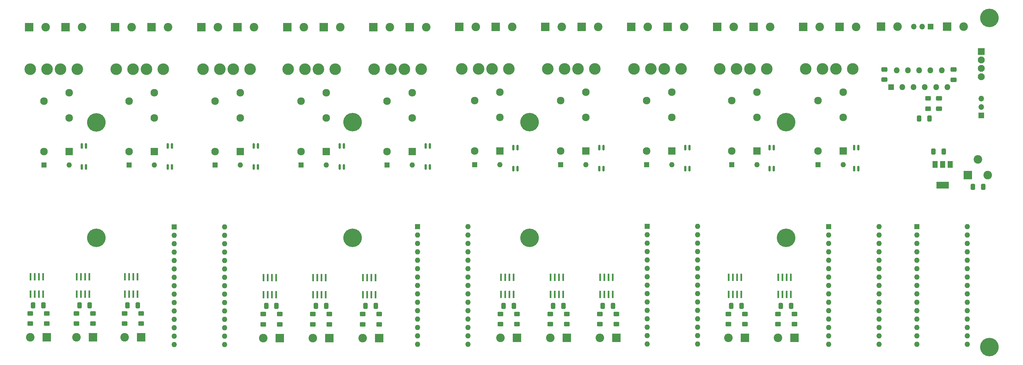
<source format=gbr>
%TF.GenerationSoftware,KiCad,Pcbnew,(6.0.4)*%
%TF.CreationDate,2023-03-07T14:55:24-05:00*%
%TF.ProjectId,Pyrolysis,5079726f-6c79-4736-9973-2e6b69636164,rev?*%
%TF.SameCoordinates,Original*%
%TF.FileFunction,Soldermask,Bot*%
%TF.FilePolarity,Negative*%
%FSLAX46Y46*%
G04 Gerber Fmt 4.6, Leading zero omitted, Abs format (unit mm)*
G04 Created by KiCad (PCBNEW (6.0.4)) date 2023-03-07 14:55:24*
%MOMM*%
%LPD*%
G01*
G04 APERTURE LIST*
G04 Aperture macros list*
%AMRoundRect*
0 Rectangle with rounded corners*
0 $1 Rounding radius*
0 $2 $3 $4 $5 $6 $7 $8 $9 X,Y pos of 4 corners*
0 Add a 4 corners polygon primitive as box body*
4,1,4,$2,$3,$4,$5,$6,$7,$8,$9,$2,$3,0*
0 Add four circle primitives for the rounded corners*
1,1,$1+$1,$2,$3*
1,1,$1+$1,$4,$5*
1,1,$1+$1,$6,$7*
1,1,$1+$1,$8,$9*
0 Add four rect primitives between the rounded corners*
20,1,$1+$1,$2,$3,$4,$5,0*
20,1,$1+$1,$4,$5,$6,$7,0*
20,1,$1+$1,$6,$7,$8,$9,0*
20,1,$1+$1,$8,$9,$2,$3,0*%
G04 Aperture macros list end*
%ADD10R,2.600000X2.600000*%
%ADD11C,2.600000*%
%ADD12C,3.500000*%
%ADD13C,5.600000*%
%ADD14R,1.600000X1.600000*%
%ADD15O,1.600000X1.600000*%
%ADD16R,1.700000X1.700000*%
%ADD17O,1.700000X1.700000*%
%ADD18R,2.300000X2.300000*%
%ADD19C,2.300000*%
%ADD20R,2.100000X2.100000*%
%ADD21C,2.100000*%
%ADD22R,1.800000X1.800000*%
%ADD23O,1.800000X1.800000*%
%ADD24R,0.599440X2.199640*%
%ADD25RoundRect,0.250000X-0.412500X-0.650000X0.412500X-0.650000X0.412500X0.650000X-0.412500X0.650000X0*%
%ADD26RoundRect,0.250000X-0.625000X0.400000X-0.625000X-0.400000X0.625000X-0.400000X0.625000X0.400000X0*%
%ADD27RoundRect,0.150000X0.150000X-0.662500X0.150000X0.662500X-0.150000X0.662500X-0.150000X-0.662500X0*%
%ADD28RoundRect,0.250000X-0.650000X0.412500X-0.650000X-0.412500X0.650000X-0.412500X0.650000X0.412500X0*%
%ADD29R,1.500000X2.000000*%
%ADD30R,3.800000X2.000000*%
%ADD31RoundRect,0.250000X0.650000X-0.412500X0.650000X0.412500X-0.650000X0.412500X-0.650000X-0.412500X0*%
%ADD32RoundRect,0.250000X0.412500X0.650000X-0.412500X0.650000X-0.412500X-0.650000X0.412500X-0.650000X0*%
G04 APERTURE END LIST*
D10*
%TO.C,J29*%
X364200000Y-277727500D03*
D11*
X359200000Y-277727500D03*
%TD*%
D12*
%TO.C,F7*%
X361700000Y-196405000D03*
X356620000Y-196405000D03*
X352560000Y-196405000D03*
X347480000Y-196405000D03*
%TD*%
D13*
%TO.C,*%
X445500000Y-212500000D03*
%TD*%
%TO.C,*%
X368000000Y-212500000D03*
%TD*%
D10*
%TO.C,J47*%
X424700000Y-183710000D03*
D11*
X429700000Y-183710000D03*
%TD*%
D10*
%TO.C,J28*%
X305700000Y-183805000D03*
D11*
X310700000Y-183805000D03*
%TD*%
D14*
%TO.C,A5*%
X403500000Y-244000000D03*
D15*
X403500000Y-246540000D03*
X403500000Y-249080000D03*
X403500000Y-251620000D03*
X403500000Y-254160000D03*
X403500000Y-256700000D03*
X403500000Y-259240000D03*
X403500000Y-261780000D03*
X403500000Y-264320000D03*
X403500000Y-266860000D03*
X403500000Y-269400000D03*
X403500000Y-271940000D03*
X403500000Y-274480000D03*
X403500000Y-277020000D03*
X403500000Y-279560000D03*
X418740000Y-279560000D03*
X418740000Y-277020000D03*
X418740000Y-274480000D03*
X418740000Y-271940000D03*
X418740000Y-269400000D03*
X418740000Y-266860000D03*
X418740000Y-264320000D03*
X418740000Y-261780000D03*
X418740000Y-259240000D03*
X418740000Y-256700000D03*
X418740000Y-254160000D03*
X418740000Y-251620000D03*
X418740000Y-249080000D03*
X418740000Y-246540000D03*
X418740000Y-244000000D03*
%TD*%
D10*
%TO.C,J26*%
X500500000Y-228500000D03*
D11*
X506500000Y-228500000D03*
X503500000Y-223800000D03*
%TD*%
D10*
%TO.C,J33*%
X331700000Y-183805000D03*
D11*
X336700000Y-183805000D03*
%TD*%
D10*
%TO.C,J4*%
X450700000Y-183710000D03*
D11*
X455700000Y-183710000D03*
%TD*%
D14*
%TO.C,D8*%
X377390000Y-225405000D03*
D15*
X385010000Y-225405000D03*
%TD*%
D13*
%TO.C,H4*%
X507000000Y-181000000D03*
%TD*%
D10*
%TO.C,J41*%
X379200000Y-277727500D03*
D11*
X374200000Y-277727500D03*
%TD*%
D10*
%TO.C,J7*%
X461700000Y-183710000D03*
D11*
X466700000Y-183710000D03*
%TD*%
D14*
%TO.C,A3*%
X485090000Y-244105000D03*
D15*
X485090000Y-246645000D03*
X485090000Y-249185000D03*
X485090000Y-251725000D03*
X485090000Y-254265000D03*
X485090000Y-256805000D03*
X485090000Y-259345000D03*
X485090000Y-261885000D03*
X485090000Y-264425000D03*
X485090000Y-266965000D03*
X485090000Y-269505000D03*
X485090000Y-272045000D03*
X485090000Y-274585000D03*
X485090000Y-277125000D03*
X485090000Y-279665000D03*
X500330000Y-279665000D03*
X500330000Y-277125000D03*
X500330000Y-274585000D03*
X500330000Y-272045000D03*
X500330000Y-269505000D03*
X500330000Y-266965000D03*
X500330000Y-264425000D03*
X500330000Y-261885000D03*
X500330000Y-259345000D03*
X500330000Y-256805000D03*
X500330000Y-254265000D03*
X500330000Y-251725000D03*
X500330000Y-249185000D03*
X500330000Y-246645000D03*
X500330000Y-244105000D03*
%TD*%
D10*
%TO.C,J34*%
X322468315Y-277766676D03*
D11*
X317468315Y-277766676D03*
%TD*%
D16*
%TO.C,J8*%
X489240000Y-183660000D03*
D17*
X486700000Y-183660000D03*
X484160000Y-183660000D03*
%TD*%
D14*
%TO.C,D4*%
X272890000Y-225500000D03*
D15*
X280510000Y-225500000D03*
%TD*%
D10*
%TO.C,J6*%
X227700000Y-183805000D03*
D11*
X232700000Y-183805000D03*
%TD*%
D13*
%TO.C,*%
X445500000Y-247500000D03*
%TD*%
%TO.C,H3*%
X237000000Y-247500000D03*
%TD*%
D10*
%TO.C,J45*%
X394200000Y-277727500D03*
D11*
X389200000Y-277727500D03*
%TD*%
D18*
%TO.C,K9*%
X411000000Y-221280000D03*
D19*
X411000000Y-211120000D03*
X411000000Y-203500000D03*
X403380000Y-206040000D03*
X403380000Y-221280000D03*
%TD*%
D16*
%TO.C,J13*%
X504500000Y-210525000D03*
D17*
X504500000Y-207985000D03*
X504500000Y-205445000D03*
%TD*%
D14*
%TO.C,A4*%
X334108315Y-244105000D03*
D15*
X334108315Y-246645000D03*
X334108315Y-249185000D03*
X334108315Y-251725000D03*
X334108315Y-254265000D03*
X334108315Y-256805000D03*
X334108315Y-259345000D03*
X334108315Y-261885000D03*
X334108315Y-264425000D03*
X334108315Y-266965000D03*
X334108315Y-269505000D03*
X334108315Y-272045000D03*
X334108315Y-274585000D03*
X334108315Y-277125000D03*
X334108315Y-279665000D03*
X349348315Y-279665000D03*
X349348315Y-277125000D03*
X349348315Y-274585000D03*
X349348315Y-272045000D03*
X349348315Y-269505000D03*
X349348315Y-266965000D03*
X349348315Y-264425000D03*
X349348315Y-261885000D03*
X349348315Y-259345000D03*
X349348315Y-256805000D03*
X349348315Y-254265000D03*
X349348315Y-251725000D03*
X349348315Y-249185000D03*
X349348315Y-246645000D03*
X349348315Y-244105000D03*
%TD*%
D10*
%TO.C,J48*%
X435700000Y-183710000D03*
D11*
X440700000Y-183710000D03*
%TD*%
D20*
%TO.C,J10*%
X504500000Y-191185000D03*
D21*
X504500000Y-193725000D03*
X504500000Y-196265000D03*
X504500000Y-198805000D03*
%TD*%
D18*
%TO.C,K2*%
X462825000Y-221280000D03*
D19*
X462825000Y-211120000D03*
X462825000Y-203500000D03*
X455205000Y-206040000D03*
X455205000Y-221280000D03*
%TD*%
D14*
%TO.C,D9*%
X403390000Y-225405000D03*
D15*
X411010000Y-225405000D03*
%TD*%
D12*
%TO.C,F6*%
X335200000Y-196500000D03*
X330120000Y-196500000D03*
X320980000Y-196500000D03*
X326060000Y-196500000D03*
%TD*%
D10*
%TO.C,J37*%
X357700000Y-183710000D03*
D11*
X362700000Y-183710000D03*
%TD*%
D14*
%TO.C,D10*%
X429140000Y-225405000D03*
D15*
X436760000Y-225405000D03*
%TD*%
D10*
%TO.C,J17*%
X250500000Y-277572500D03*
D11*
X245500000Y-277572500D03*
%TD*%
D13*
%TO.C,*%
X314500000Y-212500000D03*
%TD*%
D22*
%TO.C,U24*%
X477270000Y-201915000D03*
D23*
X478970000Y-196835000D03*
X480670000Y-201915000D03*
X482370000Y-196835000D03*
X484070000Y-201915000D03*
X485770000Y-196835000D03*
X487470000Y-201915000D03*
X489170000Y-196835000D03*
X490870000Y-201915000D03*
X492570000Y-196835000D03*
X494270000Y-201915000D03*
%TD*%
D10*
%TO.C,J22*%
X279700000Y-183805000D03*
D11*
X284700000Y-183805000D03*
%TD*%
D13*
%TO.C,*%
X507000000Y-280500000D03*
%TD*%
D10*
%TO.C,J39*%
X372700000Y-183710000D03*
D11*
X377700000Y-183710000D03*
%TD*%
D10*
%TO.C,J1*%
X222000000Y-277572500D03*
D11*
X217000000Y-277572500D03*
%TD*%
D14*
%TO.C,D6*%
X324890000Y-225500000D03*
D15*
X332510000Y-225500000D03*
%TD*%
D14*
%TO.C,D2*%
X455190000Y-225405000D03*
D15*
X462810000Y-225405000D03*
%TD*%
D18*
%TO.C,K1*%
X228750000Y-221375000D03*
D19*
X228750000Y-211215000D03*
X228750000Y-203595000D03*
X221130000Y-206135000D03*
X221130000Y-221375000D03*
%TD*%
D10*
%TO.C,J44*%
X409700000Y-183710000D03*
D11*
X414700000Y-183710000D03*
%TD*%
D18*
%TO.C,K3*%
X254500000Y-221375000D03*
D19*
X254500000Y-211215000D03*
X254500000Y-203595000D03*
X246880000Y-206135000D03*
X246880000Y-221375000D03*
%TD*%
D10*
%TO.C,J27*%
X294700000Y-183805000D03*
D11*
X299700000Y-183805000D03*
%TD*%
D10*
%TO.C,J9*%
X236000000Y-277572500D03*
D11*
X231000000Y-277572500D03*
%TD*%
D18*
%TO.C,K4*%
X280500000Y-221375000D03*
D19*
X280500000Y-211215000D03*
X280500000Y-203595000D03*
X272880000Y-206135000D03*
X272880000Y-221375000D03*
%TD*%
D13*
%TO.C,*%
X368000000Y-247500000D03*
%TD*%
D10*
%TO.C,J43*%
X398700000Y-183710000D03*
D11*
X403700000Y-183710000D03*
%TD*%
D14*
%TO.C,A2*%
X260500000Y-244155000D03*
D15*
X260500000Y-246695000D03*
X260500000Y-249235000D03*
X260500000Y-251775000D03*
X260500000Y-254315000D03*
X260500000Y-256855000D03*
X260500000Y-259395000D03*
X260500000Y-261935000D03*
X260500000Y-264475000D03*
X260500000Y-267015000D03*
X260500000Y-269555000D03*
X260500000Y-272095000D03*
X260500000Y-274635000D03*
X260500000Y-277175000D03*
X260500000Y-279715000D03*
X275740000Y-279715000D03*
X275740000Y-277175000D03*
X275740000Y-274635000D03*
X275740000Y-272095000D03*
X275740000Y-269555000D03*
X275740000Y-267015000D03*
X275740000Y-264475000D03*
X275740000Y-261935000D03*
X275740000Y-259395000D03*
X275740000Y-256855000D03*
X275740000Y-254315000D03*
X275740000Y-251775000D03*
X275740000Y-249235000D03*
X275740000Y-246695000D03*
X275740000Y-244155000D03*
%TD*%
D14*
%TO.C,D7*%
X351390000Y-225405000D03*
D15*
X359010000Y-225405000D03*
%TD*%
D18*
%TO.C,K5*%
X306500000Y-221375000D03*
D19*
X306500000Y-211215000D03*
X306500000Y-203595000D03*
X298880000Y-206135000D03*
X298880000Y-221375000D03*
%TD*%
D10*
%TO.C,J15*%
X242700000Y-183805000D03*
D11*
X247700000Y-183805000D03*
%TD*%
D10*
%TO.C,J5*%
X216700000Y-183805000D03*
D11*
X221700000Y-183805000D03*
%TD*%
D18*
%TO.C,K8*%
X385000000Y-221280000D03*
D19*
X385000000Y-211120000D03*
X385000000Y-203500000D03*
X377380000Y-206040000D03*
X377380000Y-221280000D03*
%TD*%
D10*
%TO.C,J12*%
X474200000Y-183655000D03*
D11*
X479200000Y-183655000D03*
%TD*%
D12*
%TO.C,F3*%
X257250000Y-196550000D03*
X252170000Y-196550000D03*
X248110000Y-196550000D03*
X243030000Y-196550000D03*
%TD*%
D10*
%TO.C,J21*%
X268700000Y-183805000D03*
D11*
X273700000Y-183805000D03*
%TD*%
D10*
%TO.C,J40*%
X383700000Y-183710000D03*
D11*
X388700000Y-183710000D03*
%TD*%
D14*
%TO.C,D1*%
X221140000Y-225500000D03*
D15*
X228760000Y-225500000D03*
%TD*%
D10*
%TO.C,J11*%
X494200000Y-183660000D03*
D11*
X499200000Y-183660000D03*
%TD*%
D12*
%TO.C,F5*%
X304120000Y-196500000D03*
X309200000Y-196500000D03*
X294980000Y-196500000D03*
X300060000Y-196500000D03*
%TD*%
D10*
%TO.C,J2*%
X433075000Y-277727500D03*
D11*
X428075000Y-277727500D03*
%TD*%
D10*
%TO.C,J3*%
X448075000Y-277727500D03*
D11*
X443075000Y-277727500D03*
%TD*%
D10*
%TO.C,J16*%
X253700000Y-183805000D03*
D11*
X258700000Y-183805000D03*
%TD*%
D12*
%TO.C,F4*%
X283500000Y-196500000D03*
X278420000Y-196500000D03*
X274360000Y-196500000D03*
X269280000Y-196500000D03*
%TD*%
%TO.C,F8*%
X387700000Y-196405000D03*
X382620000Y-196405000D03*
X373480000Y-196405000D03*
X378560000Y-196405000D03*
%TD*%
D14*
%TO.C,D5*%
X298890000Y-225500000D03*
D15*
X306510000Y-225500000D03*
%TD*%
D10*
%TO.C,J36*%
X346700000Y-183710000D03*
D11*
X351700000Y-183710000D03*
%TD*%
D14*
%TO.C,A1*%
X458420000Y-244105000D03*
D15*
X458420000Y-246645000D03*
X458420000Y-249185000D03*
X458420000Y-251725000D03*
X458420000Y-254265000D03*
X458420000Y-256805000D03*
X458420000Y-259345000D03*
X458420000Y-261885000D03*
X458420000Y-264425000D03*
X458420000Y-266965000D03*
X458420000Y-269505000D03*
X458420000Y-272045000D03*
X458420000Y-274585000D03*
X458420000Y-277125000D03*
X458420000Y-279665000D03*
X473660000Y-279665000D03*
X473660000Y-277125000D03*
X473660000Y-274585000D03*
X473660000Y-272045000D03*
X473660000Y-269505000D03*
X473660000Y-266965000D03*
X473660000Y-264425000D03*
X473660000Y-261885000D03*
X473660000Y-259345000D03*
X473660000Y-256805000D03*
X473660000Y-254265000D03*
X473660000Y-251725000D03*
X473660000Y-249185000D03*
X473660000Y-246645000D03*
X473660000Y-244105000D03*
%TD*%
D10*
%TO.C,J32*%
X320700000Y-183805000D03*
D11*
X325700000Y-183805000D03*
%TD*%
D12*
%TO.C,F9*%
X408700000Y-196405000D03*
X413780000Y-196405000D03*
X404640000Y-196405000D03*
X399560000Y-196405000D03*
%TD*%
D18*
%TO.C,K10*%
X436700000Y-221280000D03*
D19*
X436700000Y-211120000D03*
X436700000Y-203500000D03*
X429080000Y-206040000D03*
X429080000Y-221280000D03*
%TD*%
D18*
%TO.C,K7*%
X359000000Y-221280000D03*
D19*
X359000000Y-211120000D03*
X359000000Y-203500000D03*
X351380000Y-206040000D03*
X351380000Y-221280000D03*
%TD*%
D10*
%TO.C,J23*%
X292468315Y-277766676D03*
D11*
X287468315Y-277766676D03*
%TD*%
D12*
%TO.C,F1*%
X226120000Y-196500000D03*
X231200000Y-196500000D03*
X216980000Y-196500000D03*
X222060000Y-196500000D03*
%TD*%
%TO.C,F10*%
X434620000Y-196405000D03*
X439700000Y-196405000D03*
X430560000Y-196405000D03*
X425480000Y-196405000D03*
%TD*%
%TO.C,F2*%
X460570000Y-196405000D03*
X465650000Y-196405000D03*
X451430000Y-196405000D03*
X456510000Y-196405000D03*
%TD*%
D13*
%TO.C,*%
X314500000Y-247500000D03*
%TD*%
D18*
%TO.C,K6*%
X332500000Y-221375000D03*
D19*
X332500000Y-211215000D03*
X332500000Y-203595000D03*
X324880000Y-206135000D03*
X324880000Y-221375000D03*
%TD*%
D13*
%TO.C,H1*%
X237000000Y-212595000D03*
%TD*%
D10*
%TO.C,J30*%
X307468315Y-277766676D03*
D11*
X302468315Y-277766676D03*
%TD*%
D14*
%TO.C,D3*%
X246890000Y-225500000D03*
D15*
X254510000Y-225500000D03*
%TD*%
D24*
%TO.C,U21*%
X378105000Y-264630920D03*
X376835000Y-264630920D03*
X375565000Y-264630920D03*
X374295000Y-264630920D03*
X374295000Y-259434080D03*
X375565000Y-259434080D03*
X376835000Y-259434080D03*
X378105000Y-259434080D03*
%TD*%
D25*
%TO.C,C2*%
X428950000Y-268032500D03*
X432075000Y-268032500D03*
%TD*%
D26*
%TO.C,FB13*%
X317468315Y-270521676D03*
X317468315Y-273621676D03*
%TD*%
%TO.C,FB10*%
X292468315Y-270521676D03*
X292468315Y-273621676D03*
%TD*%
%TO.C,FB6*%
X236000000Y-270327500D03*
X236000000Y-273427500D03*
%TD*%
D27*
%TO.C,U22*%
X441835000Y-226592500D03*
X440565000Y-226592500D03*
X440565000Y-220217500D03*
X441835000Y-220217500D03*
%TD*%
D28*
%TO.C,C17*%
X491760000Y-205367500D03*
X491760000Y-208492500D03*
%TD*%
D26*
%TO.C,FB2*%
X222000000Y-270327500D03*
X222000000Y-273427500D03*
%TD*%
%TO.C,FB18*%
X379200000Y-270482500D03*
X379200000Y-273582500D03*
%TD*%
%TO.C,FB17*%
X374200000Y-270482500D03*
X374200000Y-273582500D03*
%TD*%
%TO.C,FB1*%
X217000000Y-270327500D03*
X217000000Y-273427500D03*
%TD*%
D25*
%TO.C,C8*%
X246375000Y-267877500D03*
X249500000Y-267877500D03*
%TD*%
D27*
%TO.C,U5*%
X259835000Y-226092500D03*
X258565000Y-226092500D03*
X258565000Y-219717500D03*
X259835000Y-219717500D03*
%TD*%
D29*
%TO.C,U12*%
X490540000Y-225290000D03*
D30*
X492840000Y-231590000D03*
D29*
X492840000Y-225290000D03*
X495140000Y-225290000D03*
%TD*%
D24*
%TO.C,U2*%
X431980000Y-264630920D03*
X430710000Y-264630920D03*
X429440000Y-264630920D03*
X428170000Y-264630920D03*
X428170000Y-259434080D03*
X429440000Y-259434080D03*
X430710000Y-259434080D03*
X431980000Y-259434080D03*
%TD*%
D26*
%TO.C,FB3*%
X428075000Y-270482500D03*
X428075000Y-273582500D03*
%TD*%
D24*
%TO.C,U13*%
X291373315Y-264670096D03*
X290103315Y-264670096D03*
X288833315Y-264670096D03*
X287563315Y-264670096D03*
X287563315Y-259473256D03*
X288833315Y-259473256D03*
X290103315Y-259473256D03*
X291373315Y-259473256D03*
%TD*%
D26*
%TO.C,FB9*%
X287468315Y-270521676D03*
X287468315Y-273621676D03*
%TD*%
D28*
%TO.C,C6*%
X475240000Y-196567500D03*
X475240000Y-199692500D03*
%TD*%
D26*
%TO.C,FB5*%
X231000000Y-270327500D03*
X231000000Y-273427500D03*
%TD*%
%TO.C,FB8*%
X250500000Y-270327500D03*
X250500000Y-273427500D03*
%TD*%
D24*
%TO.C,U17*%
X321373315Y-264670096D03*
X320103315Y-264670096D03*
X318833315Y-264670096D03*
X317563315Y-264670096D03*
X317563315Y-259473256D03*
X318833315Y-259473256D03*
X320103315Y-259473256D03*
X321373315Y-259473256D03*
%TD*%
D26*
%TO.C,FB14*%
X322468315Y-270521676D03*
X322468315Y-273621676D03*
%TD*%
%TO.C,FB20*%
X394200000Y-270482500D03*
X394200000Y-273582500D03*
%TD*%
D24*
%TO.C,U6*%
X446980000Y-264630920D03*
X445710000Y-264630920D03*
X444440000Y-264630920D03*
X443170000Y-264630920D03*
X443170000Y-259434080D03*
X444440000Y-259434080D03*
X445710000Y-259434080D03*
X446980000Y-259434080D03*
%TD*%
%TO.C,U15*%
X306373315Y-264670096D03*
X305103315Y-264670096D03*
X303833315Y-264670096D03*
X302563315Y-264670096D03*
X302563315Y-259473256D03*
X303833315Y-259473256D03*
X305103315Y-259473256D03*
X306373315Y-259473256D03*
%TD*%
D27*
%TO.C,U14*%
X337835000Y-226092500D03*
X336565000Y-226092500D03*
X336565000Y-219717500D03*
X337835000Y-219717500D03*
%TD*%
D25*
%TO.C,C1*%
X217875000Y-267877500D03*
X221000000Y-267877500D03*
%TD*%
D26*
%TO.C,FB16*%
X364200000Y-270482500D03*
X364200000Y-273582500D03*
%TD*%
D31*
%TO.C,C7*%
X496130000Y-199712500D03*
X496130000Y-196587500D03*
%TD*%
D26*
%TO.C,FB11*%
X302468315Y-270521676D03*
X302468315Y-273621676D03*
%TD*%
%TO.C,FB4*%
X433075000Y-270482500D03*
X433075000Y-273582500D03*
%TD*%
D25*
%TO.C,C13*%
X318343315Y-268071676D03*
X321468315Y-268071676D03*
%TD*%
D27*
%TO.C,U8*%
X285835000Y-226092500D03*
X284565000Y-226092500D03*
X284565000Y-219717500D03*
X285835000Y-219717500D03*
%TD*%
%TO.C,U11*%
X311835000Y-226092500D03*
X310565000Y-226092500D03*
X310565000Y-219717500D03*
X311835000Y-219717500D03*
%TD*%
D24*
%TO.C,U10*%
X249405000Y-264475920D03*
X248135000Y-264475920D03*
X246865000Y-264475920D03*
X245595000Y-264475920D03*
X245595000Y-259279080D03*
X246865000Y-259279080D03*
X248135000Y-259279080D03*
X249405000Y-259279080D03*
%TD*%
D26*
%TO.C,FB19*%
X389200000Y-270482500D03*
X389200000Y-273582500D03*
%TD*%
%TO.C,FB15*%
X359200000Y-270482500D03*
X359200000Y-273582500D03*
%TD*%
D24*
%TO.C,U23*%
X393105000Y-264630920D03*
X391835000Y-264630920D03*
X390565000Y-264630920D03*
X389295000Y-264630920D03*
X389295000Y-259434080D03*
X390565000Y-259434080D03*
X391835000Y-259434080D03*
X393105000Y-259434080D03*
%TD*%
D25*
%TO.C,C16*%
X390075000Y-268032500D03*
X393200000Y-268032500D03*
%TD*%
D24*
%TO.C,U7*%
X234905000Y-264475920D03*
X233635000Y-264475920D03*
X232365000Y-264475920D03*
X231095000Y-264475920D03*
X231095000Y-259279080D03*
X232365000Y-259279080D03*
X233635000Y-259279080D03*
X234905000Y-259279080D03*
%TD*%
D25*
%TO.C,C15*%
X375075000Y-268032500D03*
X378200000Y-268032500D03*
%TD*%
%TO.C,C9*%
X288343315Y-268071676D03*
X291468315Y-268071676D03*
%TD*%
D27*
%TO.C,U16*%
X364335000Y-226592500D03*
X363065000Y-226592500D03*
X363065000Y-220217500D03*
X364335000Y-220217500D03*
%TD*%
D24*
%TO.C,U3*%
X220905000Y-264475920D03*
X219635000Y-264475920D03*
X218365000Y-264475920D03*
X217095000Y-264475920D03*
X217095000Y-259279080D03*
X218365000Y-259279080D03*
X219635000Y-259279080D03*
X220905000Y-259279080D03*
%TD*%
D25*
%TO.C,C4*%
X231875000Y-267877500D03*
X235000000Y-267877500D03*
%TD*%
D26*
%TO.C,FB21*%
X443075000Y-270482500D03*
X443075000Y-273582500D03*
%TD*%
D27*
%TO.C,U18*%
X390335000Y-226592500D03*
X389065000Y-226592500D03*
X389065000Y-220217500D03*
X390335000Y-220217500D03*
%TD*%
D26*
%TO.C,FB22*%
X448075000Y-270482500D03*
X448075000Y-273582500D03*
%TD*%
D27*
%TO.C,U4*%
X467335000Y-226592500D03*
X466065000Y-226592500D03*
X466065000Y-220217500D03*
X467335000Y-220217500D03*
%TD*%
D25*
%TO.C,C12*%
X303343315Y-268071676D03*
X306468315Y-268071676D03*
%TD*%
D27*
%TO.C,U1*%
X233835000Y-226092500D03*
X232565000Y-226092500D03*
X232565000Y-219717500D03*
X233835000Y-219717500D03*
%TD*%
D26*
%TO.C,R1*%
X488450000Y-205330000D03*
X488450000Y-208430000D03*
%TD*%
D32*
%TO.C,C11*%
X493212500Y-221380000D03*
X490087500Y-221380000D03*
%TD*%
D26*
%TO.C,FB7*%
X245500000Y-270327500D03*
X245500000Y-273427500D03*
%TD*%
D24*
%TO.C,U19*%
X363105000Y-264630920D03*
X361835000Y-264630920D03*
X360565000Y-264630920D03*
X359295000Y-264630920D03*
X359295000Y-259434080D03*
X360565000Y-259434080D03*
X361835000Y-259434080D03*
X363105000Y-259434080D03*
%TD*%
D26*
%TO.C,FB12*%
X307468315Y-270521676D03*
X307468315Y-273621676D03*
%TD*%
D25*
%TO.C,C3*%
X443950000Y-268032500D03*
X447075000Y-268032500D03*
%TD*%
D27*
%TO.C,U20*%
X416335000Y-226592500D03*
X415065000Y-226592500D03*
X415065000Y-220217500D03*
X416335000Y-220217500D03*
%TD*%
D32*
%TO.C,C10*%
X505152500Y-232050000D03*
X502027500Y-232050000D03*
%TD*%
D25*
%TO.C,C5*%
X485747500Y-211430000D03*
X488872500Y-211430000D03*
%TD*%
%TO.C,C14*%
X360075000Y-268032500D03*
X363200000Y-268032500D03*
%TD*%
M02*

</source>
